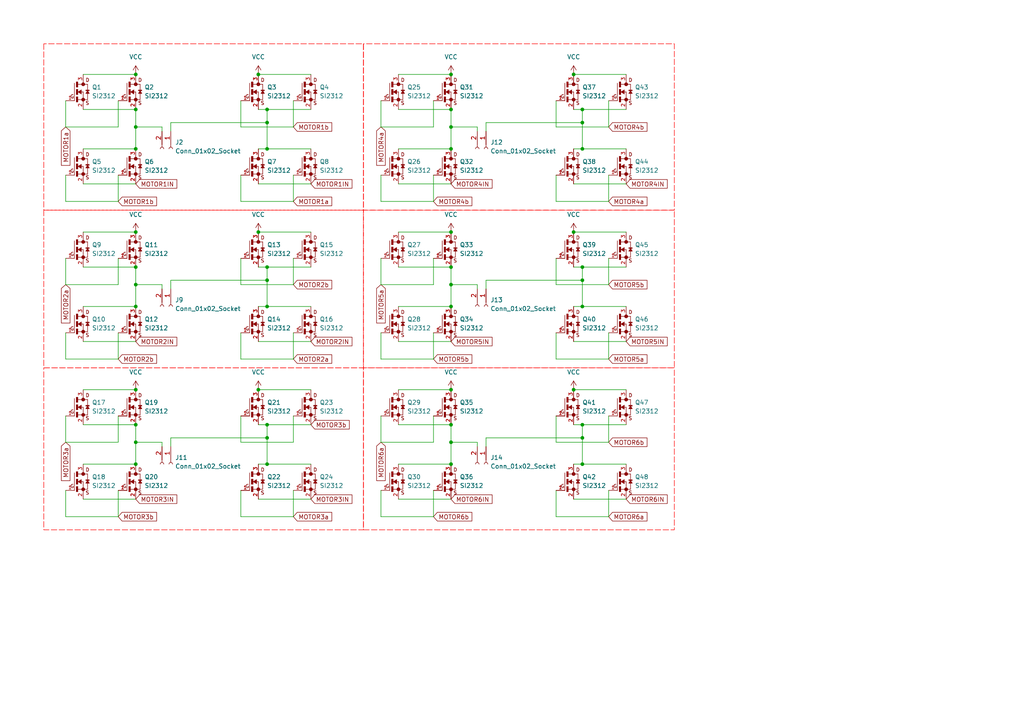
<source format=kicad_sch>
(kicad_sch (version 20250114) (generator "eeschema") (generator_version "9.0")
  (paper "A4")
  (junction (at 77.47 43.18))
  (junction (at 77.47 35.56))
  (junction (at 39.37 113.03))
  (junction (at 168.91 43.18))
  (junction (at 168.91 77.47))
  (junction (at 77.47 123.19))
  (junction (at 130.81 43.18))
  (junction (at 166.37 67.31))
  (junction (at 77.47 31.75))
  (junction (at 77.47 77.47))
  (junction (at 130.81 67.31))
  (junction (at 166.37 113.03))
  (junction (at 168.91 81.28))
  (junction (at 130.81 82.55))
  (junction (at 130.81 36.83))
  (junction (at 130.81 113.03))
  (junction (at 74.93 113.03))
  (junction (at 130.81 77.47))
  (junction (at 39.37 21.59))
  (junction (at 130.81 123.19))
  (junction (at 74.93 67.31))
  (junction (at 130.81 134.62))
  (junction (at 168.91 35.56))
  (junction (at 130.81 21.59))
  (junction (at 39.37 134.62))
  (junction (at 77.47 134.62))
  (junction (at 130.81 31.75))
  (junction (at 130.81 88.9))
  (junction (at 168.91 134.62))
  (junction (at 39.37 123.19))
  (junction (at 39.37 128.27))
  (junction (at 168.91 31.75))
  (junction (at 168.91 127))
  (junction (at 130.81 128.27))
  (junction (at 168.91 123.19))
  (junction (at 39.37 82.55))
  (junction (at 39.37 43.18))
  (junction (at 39.37 77.47))
  (junction (at 74.93 21.59))
  (junction (at 166.37 21.59))
  (junction (at 39.37 31.75))
  (junction (at 39.37 36.83))
  (junction (at 39.37 67.31))
  (junction (at 77.47 127))
  (junction (at 77.47 88.9))
  (junction (at 168.91 88.9))
  (junction (at 77.47 81.28))
  (junction (at 39.37 88.9))
  (wire (pts (xy 115.57 31.75) (xy 130.81 31.75)))
  (wire (pts (xy 74.93 88.9) (xy 77.47 88.9)))
  (wire (pts (xy 166.37 67.31) (xy 181.61 67.31)))
  (wire (pts (xy 130.81 82.55) (xy 138.43 82.55)))
  (wire (pts (xy 74.93 123.19) (xy 77.47 123.19)))
  (wire (pts (xy 125.73 82.55) (xy 125.73 74.93)))
  (wire (pts (xy 74.93 77.47) (xy 77.47 77.47)))
  (wire (pts (xy 74.93 99.06) (xy 90.17 99.06)))
  (wire (pts (xy 115.57 144.78) (xy 130.81 144.78)))
  (wire (pts (xy 39.37 134.62) (xy 39.37 128.27)))
  (wire (pts (xy 140.97 35.56) (xy 168.91 35.56)))
  (wire (pts (xy 39.37 82.55) (xy 46.99 82.55)))
  (wire (pts (xy 77.47 127) (xy 77.47 123.19)))
  (wire (pts (xy 110.49 36.83) (xy 125.73 36.83)))
  (wire (pts (xy 115.57 113.03) (xy 130.81 113.03)))
  (wire (pts (xy 161.29 29.21) (xy 161.29 36.83)))
  (wire (pts (xy 140.97 127) (xy 140.97 129.54)))
  (wire (pts (xy 69.85 128.27) (xy 85.09 128.27)))
  (wire (pts (xy 49.53 81.28) (xy 77.47 81.28)))
  (wire (pts (xy 140.97 81.28) (xy 140.97 83.82)))
  (wire (pts (xy 110.49 128.27) (xy 125.73 128.27)))
  (wire (pts (xy 166.37 21.59) (xy 181.61 21.59)))
  (wire (pts (xy 74.93 31.75) (xy 77.47 31.75)))
  (wire (pts (xy 161.29 36.83) (xy 176.53 36.83)))
  (wire (pts (xy 85.09 104.14) (xy 85.09 96.52)))
  (wire (pts (xy 115.57 123.19) (xy 130.81 123.19)))
  (wire (pts (xy 85.09 36.83) (xy 85.09 29.21)))
  (wire (pts (xy 166.37 43.18) (xy 168.91 43.18)))
  (wire (pts (xy 168.91 77.47) (xy 181.61 77.47)))
  (wire (pts (xy 19.05 104.14) (xy 34.29 104.14)))
  (wire (pts (xy 24.13 67.31) (xy 39.37 67.31)))
  (wire (pts (xy 130.81 134.62) (xy 130.81 128.27)))
  (wire (pts (xy 39.37 123.19) (xy 39.37 128.27)))
  (wire (pts (xy 19.05 50.8) (xy 19.05 58.42)))
  (wire (pts (xy 166.37 53.34) (xy 181.61 53.34)))
  (wire (pts (xy 77.47 127) (xy 77.47 134.62)))
  (wire (pts (xy 168.91 35.56) (xy 168.91 43.18)))
  (wire (pts (xy 39.37 77.47) (xy 39.37 82.55)))
  (wire (pts (xy 77.47 81.28) (xy 77.47 77.47)))
  (wire (pts (xy 69.85 29.21) (xy 69.85 36.83)))
  (wire (pts (xy 39.37 31.75) (xy 39.37 36.83)))
  (wire (pts (xy 74.93 53.34) (xy 90.17 53.34)))
  (wire (pts (xy 125.73 149.86) (xy 125.73 142.24)))
  (wire (pts (xy 110.49 82.55) (xy 125.73 82.55)))
  (wire (pts (xy 166.37 144.78) (xy 181.61 144.78)))
  (wire (pts (xy 19.05 29.21) (xy 19.05 36.83)))
  (wire (pts (xy 166.37 134.62) (xy 168.91 134.62)))
  (wire (pts (xy 138.43 36.83) (xy 138.43 38.1)))
  (wire (pts (xy 168.91 31.75) (xy 181.61 31.75)))
  (wire (pts (xy 140.97 35.56) (xy 140.97 38.1)))
  (wire (pts (xy 24.13 144.78) (xy 39.37 144.78)))
  (wire (pts (xy 168.91 35.56) (xy 168.91 31.75)))
  (wire (pts (xy 130.81 128.27) (xy 138.43 128.27)))
  (wire (pts (xy 24.13 53.34) (xy 39.37 53.34)))
  (wire (pts (xy 24.13 134.62) (xy 39.37 134.62)))
  (wire (pts (xy 19.05 74.93) (xy 19.05 82.55)))
  (wire (pts (xy 74.93 21.59) (xy 90.17 21.59)))
  (wire (pts (xy 166.37 77.47) (xy 168.91 77.47)))
  (wire (pts (xy 69.85 96.52) (xy 69.85 104.14)))
  (wire (pts (xy 19.05 120.65) (xy 19.05 128.27)))
  (wire (pts (xy 69.85 142.24) (xy 69.85 149.86)))
  (wire (pts (xy 69.85 74.93) (xy 69.85 82.55)))
  (wire (pts (xy 24.13 77.47) (xy 39.37 77.47)))
  (wire (pts (xy 110.49 104.14) (xy 125.73 104.14)))
  (wire (pts (xy 161.29 149.86) (xy 176.53 149.86)))
  (wire (pts (xy 39.37 43.18) (xy 39.37 36.83)))
  (wire (pts (xy 115.57 53.34) (xy 130.81 53.34)))
  (wire (pts (xy 110.49 50.8) (xy 110.49 58.42)))
  (wire (pts (xy 161.29 104.14) (xy 176.53 104.14)))
  (wire (pts (xy 130.81 123.19) (xy 130.81 128.27)))
  (wire (pts (xy 115.57 77.47) (xy 130.81 77.47)))
  (wire (pts (xy 49.53 35.56) (xy 77.47 35.56)))
  (wire (pts (xy 110.49 96.52) (xy 110.49 104.14)))
  (wire (pts (xy 176.53 104.14) (xy 176.53 96.52)))
  (wire (pts (xy 125.73 36.83) (xy 125.73 29.21)))
  (wire (pts (xy 46.99 36.83) (xy 46.99 38.1)))
  (wire (pts (xy 176.53 82.55) (xy 176.53 74.93)))
  (wire (pts (xy 77.47 88.9) (xy 90.17 88.9)))
  (wire (pts (xy 140.97 81.28) (xy 168.91 81.28)))
  (wire (pts (xy 19.05 128.27) (xy 34.29 128.27)))
  (wire (pts (xy 46.99 128.27) (xy 46.99 129.54)))
  (wire (pts (xy 115.57 134.62) (xy 130.81 134.62)))
  (wire (pts (xy 168.91 127) (xy 168.91 134.62)))
  (wire (pts (xy 161.29 120.65) (xy 161.29 128.27)))
  (wire (pts (xy 69.85 104.14) (xy 85.09 104.14)))
  (wire (pts (xy 19.05 142.24) (xy 19.05 149.86)))
  (wire (pts (xy 115.57 67.31) (xy 130.81 67.31)))
  (wire (pts (xy 110.49 142.24) (xy 110.49 149.86)))
  (wire (pts (xy 161.29 96.52) (xy 161.29 104.14)))
  (wire (pts (xy 39.37 88.9) (xy 39.37 82.55)))
  (wire (pts (xy 110.49 120.65) (xy 110.49 128.27)))
  (wire (pts (xy 74.93 134.62) (xy 77.47 134.62)))
  (wire (pts (xy 125.73 128.27) (xy 125.73 120.65)))
  (wire (pts (xy 24.13 99.06) (xy 39.37 99.06)))
  (wire (pts (xy 24.13 123.19) (xy 39.37 123.19)))
  (wire (pts (xy 110.49 58.42) (xy 125.73 58.42)))
  (wire (pts (xy 176.53 128.27) (xy 176.53 120.65)))
  (wire (pts (xy 85.09 58.42) (xy 85.09 50.8)))
  (wire (pts (xy 69.85 36.83) (xy 85.09 36.83)))
  (wire (pts (xy 166.37 99.06) (xy 181.61 99.06)))
  (wire (pts (xy 125.73 58.42) (xy 125.73 50.8)))
  (wire (pts (xy 161.29 58.42) (xy 176.53 58.42)))
  (wire (pts (xy 39.37 36.83) (xy 46.99 36.83)))
  (wire (pts (xy 34.29 149.86) (xy 34.29 142.24)))
  (wire (pts (xy 77.47 123.19) (xy 90.17 123.19)))
  (wire (pts (xy 74.93 144.78) (xy 90.17 144.78)))
  (wire (pts (xy 34.29 104.14) (xy 34.29 96.52)))
  (wire (pts (xy 130.81 88.9) (xy 130.81 82.55)))
  (wire (pts (xy 115.57 99.06) (xy 130.81 99.06)))
  (wire (pts (xy 49.53 81.28) (xy 49.53 83.82)))
  (wire (pts (xy 168.91 43.18) (xy 181.61 43.18)))
  (wire (pts (xy 85.09 128.27) (xy 85.09 120.65)))
  (wire (pts (xy 46.99 82.55) (xy 46.99 83.82)))
  (wire (pts (xy 77.47 31.75) (xy 90.17 31.75)))
  (wire (pts (xy 166.37 31.75) (xy 168.91 31.75)))
  (wire (pts (xy 161.29 82.55) (xy 176.53 82.55)))
  (wire (pts (xy 49.53 35.56) (xy 49.53 38.1)))
  (wire (pts (xy 125.73 104.14) (xy 125.73 96.52)))
  (wire (pts (xy 168.91 81.28) (xy 168.91 88.9)))
  (wire (pts (xy 166.37 113.03) (xy 181.61 113.03)))
  (wire (pts (xy 130.81 43.18) (xy 130.81 36.83)))
  (wire (pts (xy 115.57 43.18) (xy 130.81 43.18)))
  (wire (pts (xy 138.43 128.27) (xy 138.43 129.54)))
  (wire (pts (xy 77.47 134.62) (xy 90.17 134.62)))
  (wire (pts (xy 130.81 36.83) (xy 138.43 36.83)))
  (wire (pts (xy 24.13 21.59) (xy 39.37 21.59)))
  (wire (pts (xy 166.37 123.19) (xy 168.91 123.19)))
  (wire (pts (xy 77.47 81.28) (xy 77.47 88.9)))
  (wire (pts (xy 34.29 36.83) (xy 34.29 29.21)))
  (wire (pts (xy 85.09 149.86) (xy 85.09 142.24)))
  (wire (pts (xy 176.53 149.86) (xy 176.53 142.24)))
  (wire (pts (xy 19.05 58.42) (xy 34.29 58.42)))
  (wire (pts (xy 19.05 36.83) (xy 34.29 36.83)))
  (wire (pts (xy 69.85 120.65) (xy 69.85 128.27)))
  (wire (pts (xy 168.91 134.62) (xy 181.61 134.62)))
  (wire (pts (xy 69.85 50.8) (xy 69.85 58.42)))
  (wire (pts (xy 49.53 127) (xy 77.47 127)))
  (wire (pts (xy 110.49 149.86) (xy 125.73 149.86)))
  (wire (pts (xy 168.91 81.28) (xy 168.91 77.47)))
  (wire (pts (xy 85.09 82.55) (xy 85.09 74.93)))
  (wire (pts (xy 19.05 149.86) (xy 34.29 149.86)))
  (wire (pts (xy 168.91 88.9) (xy 181.61 88.9)))
  (wire (pts (xy 110.49 74.93) (xy 110.49 82.55)))
  (wire (pts (xy 161.29 50.8) (xy 161.29 58.42)))
  (wire (pts (xy 49.53 127) (xy 49.53 129.54)))
  (wire (pts (xy 69.85 149.86) (xy 85.09 149.86)))
  (wire (pts (xy 110.49 29.21) (xy 110.49 36.83)))
  (wire (pts (xy 19.05 96.52) (xy 19.05 104.14)))
  (wire (pts (xy 24.13 88.9) (xy 39.37 88.9)))
  (wire (pts (xy 39.37 128.27) (xy 46.99 128.27)))
  (wire (pts (xy 77.47 35.56) (xy 77.47 43.18)))
  (wire (pts (xy 34.29 128.27) (xy 34.29 120.65)))
  (wire (pts (xy 161.29 74.93) (xy 161.29 82.55)))
  (wire (pts (xy 69.85 58.42) (xy 85.09 58.42)))
  (wire (pts (xy 168.91 123.19) (xy 181.61 123.19)))
  (wire (pts (xy 34.29 82.55) (xy 34.29 74.93)))
  (wire (pts (xy 24.13 31.75) (xy 39.37 31.75)))
  (wire (pts (xy 74.93 43.18) (xy 77.47 43.18)))
  (wire (pts (xy 138.43 82.55) (xy 138.43 83.82)))
  (wire (pts (xy 161.29 142.24) (xy 161.29 149.86)))
  (wire (pts (xy 140.97 127) (xy 168.91 127)))
  (wire (pts (xy 176.53 58.42) (xy 176.53 50.8)))
  (wire (pts (xy 130.81 31.75) (xy 130.81 36.83)))
  (wire (pts (xy 34.29 58.42) (xy 34.29 50.8)))
  (wire (pts (xy 130.81 77.47) (xy 130.81 82.55)))
  (wire (pts (xy 115.57 21.59) (xy 130.81 21.59)))
  (wire (pts (xy 161.29 128.27) (xy 176.53 128.27)))
  (wire (pts (xy 77.47 77.47) (xy 90.17 77.47)))
  (wire (pts (xy 74.93 113.03) (xy 90.17 113.03)))
  (wire (pts (xy 168.91 127) (xy 168.91 123.19)))
  (wire (pts (xy 77.47 35.56) (xy 77.47 31.75)))
  (wire (pts (xy 166.37 88.9) (xy 168.91 88.9)))
  (wire (pts (xy 24.13 43.18) (xy 39.37 43.18)))
  (wire (pts (xy 69.85 82.55) (xy 85.09 82.55)))
  (wire (pts (xy 19.05 82.55) (xy 34.29 82.55)))
  (wire (pts (xy 176.53 36.83) (xy 176.53 29.21)))
  (wire (pts (xy 115.57 88.9) (xy 130.81 88.9)))
  (wire (pts (xy 24.13 113.03) (xy 39.37 113.03)))
  (wire (pts (xy 74.93 67.31) (xy 90.17 67.31)))
  (wire (pts (xy 77.47 43.18) (xy 90.17 43.18)))
  (global_label "MOTOR5IN" (shape input) (at 130.81 99.06 0) (property "Intersheetrefs" "${INTERSHEET_REFS}" (effects (hide yes))))
  (global_label "MOTOR5a" (shape input) (at 110.49 82.55 270) (property "Intersheetrefs" "${INTERSHEET_REFS}" (effects (hide yes))))
  (global_label "MOTOR4a" (shape input) (at 110.49 36.83 270) (property "Intersheetrefs" "${INTERSHEET_REFS}" (effects (hide yes))))
  (global_label "MOTOR3a" (shape input) (at 85.09 149.86 0) (property "Intersheetrefs" "${INTERSHEET_REFS}" (effects (hide yes))))
  (global_label "MOTOR2IN" (shape input) (at 39.37 99.06 0) (property "Intersheetrefs" "${INTERSHEET_REFS}" (effects (hide yes))))
  (global_label "MOTOR3b" (shape input) (at 34.29 149.86 0) (property "Intersheetrefs" "${INTERSHEET_REFS}" (effects (hide yes))))
  (global_label "MOTOR4b" (shape input) (at 176.53 36.83 0) (property "Intersheetrefs" "${INTERSHEET_REFS}" (effects (hide yes))))
  (global_label "MOTOR4b" (shape input) (at 125.73 58.42 0) (property "Intersheetrefs" "${INTERSHEET_REFS}" (effects (hide yes))))
  (global_label "MOTOR6a" (shape input) (at 176.53 149.86 0) (property "Intersheetrefs" "${INTERSHEET_REFS}" (effects (hide yes))))
  (global_label "MOTOR1IN" (shape input) (at 39.37 53.34 0) (property "Intersheetrefs" "${INTERSHEET_REFS}" (effects (hide yes))))
  (global_label "MOTOR4a" (shape input) (at 176.53 58.42 0) (property "Intersheetrefs" "${INTERSHEET_REFS}" (effects (hide yes))))
  (global_label "MOTOR1b" (shape input) (at 34.29 58.42 0) (property "Intersheetrefs" "${INTERSHEET_REFS}" (effects (hide yes))))
  (global_label "MOTOR2IN" (shape input) (at 90.17 99.06 0) (property "Intersheetrefs" "${INTERSHEET_REFS}" (effects (hide yes))))
  (global_label "MOTOR3IN" (shape input) (at 90.17 144.78 0) (property "Intersheetrefs" "${INTERSHEET_REFS}" (effects (hide yes))))
  (global_label "MOTOR1b" (shape input) (at 85.09 36.83 0) (property "Intersheetrefs" "${INTERSHEET_REFS}" (effects (hide yes))))
  (global_label "MOTOR1a" (shape input) (at 85.09 58.42 0) (property "Intersheetrefs" "${INTERSHEET_REFS}" (effects (hide yes))))
  (global_label "MOTOR4IN" (shape input) (at 130.81 53.34 0) (property "Intersheetrefs" "${INTERSHEET_REFS}" (effects (hide yes))))
  (global_label "MOTOR2a" (shape input) (at 85.09 104.14 0) (property "Intersheetrefs" "${INTERSHEET_REFS}" (effects (hide yes))))
  (global_label "MOTOR1IN" (shape input) (at 90.17 53.34 0) (property "Intersheetrefs" "${INTERSHEET_REFS}" (effects (hide yes))))
  (global_label "MOTOR2b" (shape input) (at 34.29 104.14 0) (property "Intersheetrefs" "${INTERSHEET_REFS}" (effects (hide yes))))
  (global_label "MOTOR4IN" (shape input) (at 181.61 53.34 0) (property "Intersheetrefs" "${INTERSHEET_REFS}" (effects (hide yes))))
  (global_label "MOTOR6a" (shape input) (at 110.49 128.27 270) (property "Intersheetrefs" "${INTERSHEET_REFS}" (effects (hide yes))))
  (global_label "MOTOR1a" (shape input) (at 19.05 36.83 270) (property "Intersheetrefs" "${INTERSHEET_REFS}" (effects (hide yes))))
  (global_label "MOTOR3a" (shape input) (at 19.05 128.27 270) (property "Intersheetrefs" "${INTERSHEET_REFS}" (effects (hide yes))))
  (global_label "MOTOR6IN" (shape input) (at 130.81 144.78 0) (property "Intersheetrefs" "${INTERSHEET_REFS}" (effects (hide yes))))
  (global_label "MOTOR5b" (shape input) (at 176.53 82.55 0) (property "Intersheetrefs" "${INTERSHEET_REFS}" (effects (hide yes))))
  (global_label "MOTOR6IN" (shape input) (at 181.61 144.78 0) (property "Intersheetrefs" "${INTERSHEET_REFS}" (effects (hide yes))))
  (global_label "MOTOR2b" (shape input) (at 85.09 82.55 0) (property "Intersheetrefs" "${INTERSHEET_REFS}" (effects (hide yes))))
  (global_label "MOTOR5IN" (shape input) (at 181.61 99.06 0) (property "Intersheetrefs" "${INTERSHEET_REFS}" (effects (hide yes))))
  (global_label "MOTOR3b" (shape input) (at 90.17 123.19 0) (property "Intersheetrefs" "${INTERSHEET_REFS}" (effects (hide yes))))
  (global_label "MOTOR5a" (shape input) (at 176.53 104.14 0) (property "Intersheetrefs" "${INTERSHEET_REFS}" (effects (hide yes))))
  (global_label "MOTOR6b" (shape input) (at 176.53 128.27 0) (property "Intersheetrefs" "${INTERSHEET_REFS}" (effects (hide yes))))
  (global_label "MOTOR5b" (shape input) (at 125.73 104.14 0) (property "Intersheetrefs" "${INTERSHEET_REFS}" (effects (hide yes))))
  (global_label "MOTOR6b" (shape input) (at 125.73 149.86 0) (property "Intersheetrefs" "${INTERSHEET_REFS}" (effects (hide yes))))
  (global_label "MOTOR2a" (shape input) (at 19.05 82.55 270) (property "Intersheetrefs" "${INTERSHEET_REFS}" (effects (hide yes))))
  (global_label "MOTOR3IN" (shape input) (at 39.37 144.78 0) (property "Intersheetrefs" "${INTERSHEET_REFS}" (effects (hide yes))))
  (rule_area (polyline (pts (xy 195.58 106.68) (xy 105.41 106.68) (xy 105.41 153.67) (xy 195.58 153.67)) (stroke (width 0) (type dash))))
  (rule_area (polyline (pts (xy 195.58 60.96) (xy 105.41 60.96) (xy 105.41 106.68) (xy 195.58 106.68)) (stroke (width 0) (type dash))))
  (rule_area (polyline (pts (xy 12.7 60.96) (xy 12.7 106.68) (xy 105.41 106.68) (xy 105.41 60.96)) (stroke (width 0) (type dash))))
  (rule_area (polyline (pts (xy 12.7 106.68) (xy 105.41 106.68) (xy 105.41 153.67) (xy 12.7 153.67)) (stroke (width 0) (type dash))))
  (rule_area (polyline (pts (xy 105.41 12.7) (xy 105.41 60.96) (xy 195.58 60.96) (xy 195.58 12.7)) (stroke (width 0) (type dash))))
  (rule_area (polyline (pts (xy 12.7 12.7) (xy 12.7 60.96) (xy 105.41 60.96) (xy 105.41 15.24) (xy 105.41 12.7)) (stroke (width 0) (type dash))))
  (symbol (lib_id "SI2312:SI2312") (at 39.37 93.98 0) (unit 1)
    (property "Reference" "Q12" (at 41.91 92.6064 0) (effects (justify left)))
    (property "Value" "SI2312" (at 41.91 95.1464 0) (effects (justify left)))
    (property "Footprint" "SI2312:SOT23" (effects (hide yes)))
    (property "MF" "Micro Commercial Components" (effects (hide yes)))
    (property "Purchase-URL" "https://pricing.snapeda.com/search/part/SI2312/?ref=eda" (effects (hide yes)))
    (property "Package" "SOT-23 MCC" (effects (hide yes)))
    (property "Price" "None" (effects (hide yes)))
    (property "Check_prices" "https://www.snapeda.com/parts/SI2312-TP/Micro+Commercial/view-part/?ref=eda" (effects (hide yes)))
    (property "SnapEDA_Link" "https://www.snapeda.com/parts/SI2312-TP/Micro+Commercial/view-part/?ref=snap" (effects (hide yes)))
    (property "MP" "SI2312-TP" (effects (hide yes)))
    (property "Availability" "In Stock" (effects (hide yes)))
    (property "Description_1" "N-Channel 20V 5A (Ta) 350mW (Ta) Surface Mount SOT-23-3" (effects (hide yes)))
  )
  (symbol (lib_id "power:VCC") (at 39.37 113.03 0) (unit 1)
    (property "Reference" "#PWR052" (effects (hide yes)))
    (property "Value" "VCC" (at 39.37 107.95 0))
    (property "Description" "Power symbol creates a global label with name \"VCC\"" (effects (hide yes)))
  )
  (symbol (lib_id "power:VCC") (at 166.37 67.31 0) (unit 1)
    (property "Reference" "#PWR061" (effects (hide yes)))
    (property "Value" "VCC" (at 166.37 62.23 0))
    (property "Description" "Power symbol creates a global label with name \"VCC\"" (effects (hide yes)))
  )
  (symbol (lib_id "SI2312:SI2312") (at 74.93 118.11 0) (unit 1)
    (property "Reference" "Q21" (at 77.47 116.7364 0) (effects (justify left)))
    (property "Value" "SI2312" (at 77.47 119.2764 0) (effects (justify left)))
    (property "Footprint" "SI2312:SOT23" (effects (hide yes)))
    (property "MF" "Micro Commercial Components" (effects (hide yes)))
    (property "Purchase-URL" "https://pricing.snapeda.com/search/part/SI2312/?ref=eda" (effects (hide yes)))
    (property "Package" "SOT-23 MCC" (effects (hide yes)))
    (property "Price" "None" (effects (hide yes)))
    (property "Check_prices" "https://www.snapeda.com/parts/SI2312-TP/Micro+Commercial/view-part/?ref=eda" (effects (hide yes)))
    (property "SnapEDA_Link" "https://www.snapeda.com/parts/SI2312-TP/Micro+Commercial/view-part/?ref=snap" (effects (hide yes)))
    (property "MP" "SI2312-TP" (effects (hide yes)))
    (property "Availability" "In Stock" (effects (hide yes)))
    (property "Description_1" "N-Channel 20V 5A (Ta) 350mW (Ta) Surface Mount SOT-23-3" (effects (hide yes)))
  )
  (symbol (lib_id "SI2312:SI2312") (at 39.37 72.39 0) (unit 1)
    (property "Reference" "Q11" (at 41.91 71.0164 0) (effects (justify left)))
    (property "Value" "SI2312" (at 41.91 73.5564 0) (effects (justify left)))
    (property "Footprint" "SI2312:SOT23" (effects (hide yes)))
    (property "MF" "Micro Commercial Components" (effects (hide yes)))
    (property "Purchase-URL" "https://pricing.snapeda.com/search/part/SI2312/?ref=eda" (effects (hide yes)))
    (property "Package" "SOT-23 MCC" (effects (hide yes)))
    (property "Price" "None" (effects (hide yes)))
    (property "Check_prices" "https://www.snapeda.com/parts/SI2312-TP/Micro+Commercial/view-part/?ref=eda" (effects (hide yes)))
    (property "SnapEDA_Link" "https://www.snapeda.com/parts/SI2312-TP/Micro+Commercial/view-part/?ref=snap" (effects (hide yes)))
    (property "MP" "SI2312-TP" (effects (hide yes)))
    (property "Availability" "In Stock" (effects (hide yes)))
    (property "Description_1" "N-Channel 20V 5A (Ta) 350mW (Ta) Surface Mount SOT-23-3" (effects (hide yes)))
  )
  (symbol (lib_id "SI2312:SI2312") (at 74.93 139.7 0) (unit 1)
    (property "Reference" "Q22" (at 77.47 138.3264 0) (effects (justify left)))
    (property "Value" "SI2312" (at 77.47 140.8664 0) (effects (justify left)))
    (property "Footprint" "SI2312:SOT23" (effects (hide yes)))
    (property "MF" "Micro Commercial Components" (effects (hide yes)))
    (property "Purchase-URL" "https://pricing.snapeda.com/search/part/SI2312/?ref=eda" (effects (hide yes)))
    (property "Package" "SOT-23 MCC" (effects (hide yes)))
    (property "Price" "None" (effects (hide yes)))
    (property "Check_prices" "https://www.snapeda.com/parts/SI2312-TP/Micro+Commercial/view-part/?ref=eda" (effects (hide yes)))
    (property "SnapEDA_Link" "https://www.snapeda.com/parts/SI2312-TP/Micro+Commercial/view-part/?ref=snap" (effects (hide yes)))
    (property "MP" "SI2312-TP" (effects (hide yes)))
    (property "Availability" "In Stock" (effects (hide yes)))
    (property "Description_1" "N-Channel 20V 5A (Ta) 350mW (Ta) Surface Mount SOT-23-3" (effects (hide yes)))
  )
  (symbol (lib_id "SI2312:SI2312") (at 39.37 48.26 0) (unit 1)
    (property "Reference" "Q6" (at 41.91 46.8864 0) (effects (justify left)))
    (property "Value" "SI2312" (at 41.91 49.4264 0) (effects (justify left)))
    (property "Footprint" "SI2312:SOT23" (effects (hide yes)))
    (property "MF" "Micro Commercial Components" (effects (hide yes)))
    (property "Purchase-URL" "https://pricing.snapeda.com/search/part/SI2312/?ref=eda" (effects (hide yes)))
    (property "Package" "SOT-23 MCC" (effects (hide yes)))
    (property "Price" "None" (effects (hide yes)))
    (property "Check_prices" "https://www.snapeda.com/parts/SI2312-TP/Micro+Commercial/view-part/?ref=eda" (effects (hide yes)))
    (property "SnapEDA_Link" "https://www.snapeda.com/parts/SI2312-TP/Micro+Commercial/view-part/?ref=snap" (effects (hide yes)))
    (property "MP" "SI2312-TP" (effects (hide yes)))
    (property "Availability" "In Stock" (effects (hide yes)))
    (property "Description_1" "N-Channel 20V 5A (Ta) 350mW (Ta) Surface Mount SOT-23-3" (effects (hide yes)))
  )
  (symbol (lib_id "SI2312:SI2312") (at 90.17 26.67 0) (unit 1)
    (property "Reference" "Q4" (at 92.71 25.2964 0) (effects (justify left)))
    (property "Value" "SI2312" (at 92.71 27.8364 0) (effects (justify left)))
    (property "Footprint" "SI2312:SOT23" (effects (hide yes)))
    (property "MF" "Micro Commercial Components" (effects (hide yes)))
    (property "Purchase-URL" "https://pricing.snapeda.com/search/part/SI2312/?ref=eda" (effects (hide yes)))
    (property "Package" "SOT-23 MCC" (effects (hide yes)))
    (property "Price" "None" (effects (hide yes)))
    (property "Check_prices" "https://www.snapeda.com/parts/SI2312-TP/Micro+Commercial/view-part/?ref=eda" (effects (hide yes)))
    (property "SnapEDA_Link" "https://www.snapeda.com/parts/SI2312-TP/Micro+Commercial/view-part/?ref=snap" (effects (hide yes)))
    (property "MP" "SI2312-TP" (effects (hide yes)))
    (property "Availability" "In Stock" (effects (hide yes)))
    (property "Description_1" "N-Channel 20V 5A (Ta) 350mW (Ta) Surface Mount SOT-23-3" (effects (hide yes)))
  )
  (symbol (lib_id "SI2312:SI2312") (at 74.93 93.98 0) (unit 1)
    (property "Reference" "Q14" (at 77.47 92.6064 0) (effects (justify left)))
    (property "Value" "SI2312" (at 77.47 95.1464 0) (effects (justify left)))
    (property "Footprint" "SI2312:SOT23" (effects (hide yes)))
    (property "MF" "Micro Commercial Components" (effects (hide yes)))
    (property "Purchase-URL" "https://pricing.snapeda.com/search/part/SI2312/?ref=eda" (effects (hide yes)))
    (property "Package" "SOT-23 MCC" (effects (hide yes)))
    (property "Price" "None" (effects (hide yes)))
    (property "Check_prices" "https://www.snapeda.com/parts/SI2312-TP/Micro+Commercial/view-part/?ref=eda" (effects (hide yes)))
    (property "SnapEDA_Link" "https://www.snapeda.com/parts/SI2312-TP/Micro+Commercial/view-part/?ref=snap" (effects (hide yes)))
    (property "MP" "SI2312-TP" (effects (hide yes)))
    (property "Availability" "In Stock" (effects (hide yes)))
    (property "Description_1" "N-Channel 20V 5A (Ta) 350mW (Ta) Surface Mount SOT-23-3" (effects (hide yes)))
  )
  (symbol (lib_id "SI2312:SI2312") (at 181.61 93.98 0) (unit 1)
    (property "Reference" "Q46" (at 184.15 92.6064 0) (effects (justify left)))
    (property "Value" "SI2312" (at 184.15 95.1464 0) (effects (justify left)))
    (property "Footprint" "SI2312:SOT23" (effects (hide yes)))
    (property "MF" "Micro Commercial Components" (effects (hide yes)))
    (property "Purchase-URL" "https://pricing.snapeda.com/search/part/SI2312/?ref=eda" (effects (hide yes)))
    (property "Package" "SOT-23 MCC" (effects (hide yes)))
    (property "Price" "None" (effects (hide yes)))
    (property "Check_prices" "https://www.snapeda.com/parts/SI2312-TP/Micro+Commercial/view-part/?ref=eda" (effects (hide yes)))
    (property "SnapEDA_Link" "https://www.snapeda.com/parts/SI2312-TP/Micro+Commercial/view-part/?ref=snap" (effects (hide yes)))
    (property "MP" "SI2312-TP" (effects (hide yes)))
    (property "Availability" "In Stock" (effects (hide yes)))
    (property "Description_1" "N-Channel 20V 5A (Ta) 350mW (Ta) Surface Mount SOT-23-3" (effects (hide yes)))
  )
  (symbol (lib_id "SI2312:SI2312") (at 74.93 26.67 0) (unit 1)
    (property "Reference" "Q3" (at 77.47 25.2964 0) (effects (justify left)))
    (property "Value" "SI2312" (at 77.47 27.8364 0) (effects (justify left)))
    (property "Footprint" "SI2312:SOT23" (effects (hide yes)))
    (property "MF" "Micro Commercial Components" (effects (hide yes)))
    (property "Purchase-URL" "https://pricing.snapeda.com/search/part/SI2312/?ref=eda" (effects (hide yes)))
    (property "Package" "SOT-23 MCC" (effects (hide yes)))
    (property "Price" "None" (effects (hide yes)))
    (property "Check_prices" "https://www.snapeda.com/parts/SI2312-TP/Micro+Commercial/view-part/?ref=eda" (effects (hide yes)))
    (property "SnapEDA_Link" "https://www.snapeda.com/parts/SI2312-TP/Micro+Commercial/view-part/?ref=snap" (effects (hide yes)))
    (property "MP" "SI2312-TP" (effects (hide yes)))
    (property "Availability" "In Stock" (effects (hide yes)))
    (property "Description_1" "N-Channel 20V 5A (Ta) 350mW (Ta) Surface Mount SOT-23-3" (effects (hide yes)))
  )
  (symbol (lib_id "SI2312:SI2312") (at 166.37 139.7 0) (unit 1)
    (property "Reference" "Q42" (at 168.91 138.3264 0) (effects (justify left)))
    (property "Value" "SI2312" (at 168.91 140.8664 0) (effects (justify left)))
    (property "Footprint" "SI2312:SOT23" (effects (hide yes)))
    (property "MF" "Micro Commercial Components" (effects (hide yes)))
    (property "Purchase-URL" "https://pricing.snapeda.com/search/part/SI2312/?ref=eda" (effects (hide yes)))
    (property "Package" "SOT-23 MCC" (effects (hide yes)))
    (property "Price" "None" (effects (hide yes)))
    (property "Check_prices" "https://www.snapeda.com/parts/SI2312-TP/Micro+Commercial/view-part/?ref=eda" (effects (hide yes)))
    (property "SnapEDA_Link" "https://www.snapeda.com/parts/SI2312-TP/Micro+Commercial/view-part/?ref=snap" (effects (hide yes)))
    (property "MP" "SI2312-TP" (effects (hide yes)))
    (property "Availability" "In Stock" (effects (hide yes)))
    (property "Description_1" "N-Channel 20V 5A (Ta) 350mW (Ta) Surface Mount SOT-23-3" (effects (hide yes)))
  )
  (symbol (lib_id "SI2312:SI2312") (at 166.37 93.98 0) (unit 1)
    (property "Reference" "Q40" (at 168.91 92.6064 0) (effects (justify left)))
    (property "Value" "SI2312" (at 168.91 95.1464 0) (effects (justify left)))
    (property "Footprint" "SI2312:SOT23" (effects (hide yes)))
    (property "MF" "Micro Commercial Components" (effects (hide yes)))
    (property "Purchase-URL" "https://pricing.snapeda.com/search/part/SI2312/?ref=eda" (effects (hide yes)))
    (property "Package" "SOT-23 MCC" (effects (hide yes)))
    (property "Price" "None" (effects (hide yes)))
    (property "Check_prices" "https://www.snapeda.com/parts/SI2312-TP/Micro+Commercial/view-part/?ref=eda" (effects (hide yes)))
    (property "SnapEDA_Link" "https://www.snapeda.com/parts/SI2312-TP/Micro+Commercial/view-part/?ref=snap" (effects (hide yes)))
    (property "MP" "SI2312-TP" (effects (hide yes)))
    (property "Availability" "In Stock" (effects (hide yes)))
    (property "Description_1" "N-Channel 20V 5A (Ta) 350mW (Ta) Surface Mount SOT-23-3" (effects (hide yes)))
  )
  (symbol (lib_id "Connector:Conn_01x02_Socket") (at 49.53 43.18 270) (unit 1)
    (property "Reference" "J2" (at 50.8 41.2749 90) (effects (justify left)))
    (property "Value" "Conn_01x02_Socket" (at 50.8 43.8149 90) (effects (justify left)))
    (property "Footprint" "Connector_Wire:SolderWire-2sqmm_1x02_P7.8mm_D2mm_OD3.9mm_Relief" (effects (hide yes)))
    (property "Description" "Generic connector, single row, 01x02, script generated" (effects (hide yes)))
  )
  (symbol (lib_id "power:VCC") (at 130.81 113.03 0) (unit 1)
    (property "Reference" "#PWR059" (effects (hide yes)))
    (property "Value" "VCC" (at 130.81 107.95 0))
    (property "Description" "Power symbol creates a global label with name \"VCC\"" (effects (hide yes)))
  )
  (symbol (lib_id "SI2312:SI2312") (at 24.13 26.67 0) (unit 1)
    (property "Reference" "Q1" (at 26.67 25.2964 0) (effects (justify left)))
    (property "Value" "SI2312" (at 26.67 27.8364 0) (effects (justify left)))
    (property "Footprint" "SI2312:SOT23" (effects (hide yes)))
    (property "MF" "Micro Commercial Components" (effects (hide yes)))
    (property "Purchase-URL" "https://pricing.snapeda.com/search/part/SI2312/?ref=eda" (effects (hide yes)))
    (property "Package" "SOT-23 MCC" (effects (hide yes)))
    (property "Price" "None" (effects (hide yes)))
    (property "Check_prices" "https://www.snapeda.com/parts/SI2312-TP/Micro+Commercial/view-part/?ref=eda" (effects (hide yes)))
    (property "SnapEDA_Link" "https://www.snapeda.com/parts/SI2312-TP/Micro+Commercial/view-part/?ref=snap" (effects (hide yes)))
    (property "MP" "SI2312-TP" (effects (hide yes)))
    (property "Availability" "In Stock" (effects (hide yes)))
    (property "Description_1" "N-Channel 20V 5A (Ta) 350mW (Ta) Surface Mount SOT-23-3" (effects (hide yes)))
  )
  (symbol (lib_id "SI2312:SI2312") (at 24.13 72.39 0) (unit 1)
    (property "Reference" "Q9" (at 26.67 71.0164 0) (effects (justify left)))
    (property "Value" "SI2312" (at 26.67 73.5564 0) (effects (justify left)))
    (property "Footprint" "SI2312:SOT23" (effects (hide yes)))
    (property "MF" "Micro Commercial Components" (effects (hide yes)))
    (property "Purchase-URL" "https://pricing.snapeda.com/search/part/SI2312/?ref=eda" (effects (hide yes)))
    (property "Package" "SOT-23 MCC" (effects (hide yes)))
    (property "Price" "None" (effects (hide yes)))
    (property "Check_prices" "https://www.snapeda.com/parts/SI2312-TP/Micro+Commercial/view-part/?ref=eda" (effects (hide yes)))
    (property "SnapEDA_Link" "https://www.snapeda.com/parts/SI2312-TP/Micro+Commercial/view-part/?ref=snap" (effects (hide yes)))
    (property "MP" "SI2312-TP" (effects (hide yes)))
    (property "Availability" "In Stock" (effects (hide yes)))
    (property "Description_1" "N-Channel 20V 5A (Ta) 350mW (Ta) Surface Mount SOT-23-3" (effects (hide yes)))
  )
  (symbol (lib_id "SI2312:SI2312") (at 39.37 139.7 0) (unit 1)
    (property "Reference" "Q20" (at 41.91 138.3264 0) (effects (justify left)))
    (property "Value" "SI2312" (at 41.91 140.8664 0) (effects (justify left)))
    (property "Footprint" "SI2312:SOT23" (effects (hide yes)))
    (property "MF" "Micro Commercial Components" (effects (hide yes)))
    (property "Purchase-URL" "https://pricing.snapeda.com/search/part/SI2312/?ref=eda" (effects (hide yes)))
    (property "Package" "SOT-23 MCC" (effects (hide yes)))
    (property "Price" "None" (effects (hide yes)))
    (property "Check_prices" "https://www.snapeda.com/parts/SI2312-TP/Micro+Commercial/view-part/?ref=eda" (effects (hide yes)))
    (property "SnapEDA_Link" "https://www.snapeda.com/parts/SI2312-TP/Micro+Commercial/view-part/?ref=snap" (effects (hide yes)))
    (property "MP" "SI2312-TP" (effects (hide yes)))
    (property "Availability" "In Stock" (effects (hide yes)))
    (property "Description_1" "N-Channel 20V 5A (Ta) 350mW (Ta) Surface Mount SOT-23-3" (effects (hide yes)))
  )
  (symbol (lib_id "SI2312:SI2312") (at 166.37 26.67 0) (unit 1)
    (property "Reference" "Q37" (at 168.91 25.2964 0) (effects (justify left)))
    (property "Value" "SI2312" (at 168.91 27.8364 0) (effects (justify left)))
    (property "Footprint" "SI2312:SOT23" (effects (hide yes)))
    (property "MF" "Micro Commercial Components" (effects (hide yes)))
    (property "Purchase-URL" "https://pricing.snapeda.com/search/part/SI2312/?ref=eda" (effects (hide yes)))
    (property "Package" "SOT-23 MCC" (effects (hide yes)))
    (property "Price" "None" (effects (hide yes)))
    (property "Check_prices" "https://www.snapeda.com/parts/SI2312-TP/Micro+Commercial/view-part/?ref=eda" (effects (hide yes)))
    (property "SnapEDA_Link" "https://www.snapeda.com/parts/SI2312-TP/Micro+Commercial/view-part/?ref=snap" (effects (hide yes)))
    (property "MP" "SI2312-TP" (effects (hide yes)))
    (property "Availability" "In Stock" (effects (hide yes)))
    (property "Description_1" "N-Channel 20V 5A (Ta) 350mW (Ta) Surface Mount SOT-23-3" (effects (hide yes)))
  )
  (symbol (lib_id "power:VCC") (at 130.81 67.31 0) (unit 1)
    (property "Reference" "#PWR058" (effects (hide yes)))
    (property "Value" "VCC" (at 130.81 62.23 0))
    (property "Description" "Power symbol creates a global label with name \"VCC\"" (effects (hide yes)))
  )
  (symbol (lib_id "SI2312:SI2312") (at 115.57 139.7 0) (unit 1)
    (property "Reference" "Q30" (at 118.11 138.3264 0) (effects (justify left)))
    (property "Value" "SI2312" (at 118.11 140.8664 0) (effects (justify left)))
    (property "Footprint" "SI2312:SOT23" (effects (hide yes)))
    (property "MF" "Micro Commercial Components" (effects (hide yes)))
    (property "Purchase-URL" "https://pricing.snapeda.com/search/part/SI2312/?ref=eda" (effects (hide yes)))
    (property "Package" "SOT-23 MCC" (effects (hide yes)))
    (property "Price" "None" (effects (hide yes)))
    (property "Check_prices" "https://www.snapeda.com/parts/SI2312-TP/Micro+Commercial/view-part/?ref=eda" (effects (hide yes)))
    (property "SnapEDA_Link" "https://www.snapeda.com/parts/SI2312-TP/Micro+Commercial/view-part/?ref=snap" (effects (hide yes)))
    (property "MP" "SI2312-TP" (effects (hide yes)))
    (property "Availability" "In Stock" (effects (hide yes)))
    (property "Description_1" "N-Channel 20V 5A (Ta) 350mW (Ta) Surface Mount SOT-23-3" (effects (hide yes)))
  )
  (symbol (lib_id "SI2312:SI2312") (at 24.13 48.26 0) (unit 1)
    (property "Reference" "Q5" (at 26.67 46.8864 0) (effects (justify left)))
    (property "Value" "SI2312" (at 26.67 49.4264 0) (effects (justify left)))
    (property "Footprint" "SI2312:SOT23" (effects (hide yes)))
    (property "MF" "Micro Commercial Components" (effects (hide yes)))
    (property "Purchase-URL" "https://pricing.snapeda.com/search/part/SI2312/?ref=eda" (effects (hide yes)))
    (property "Package" "SOT-23 MCC" (effects (hide yes)))
    (property "Price" "None" (effects (hide yes)))
    (property "Check_prices" "https://www.snapeda.com/parts/SI2312-TP/Micro+Commercial/view-part/?ref=eda" (effects (hide yes)))
    (property "SnapEDA_Link" "https://www.snapeda.com/parts/SI2312-TP/Micro+Commercial/view-part/?ref=snap" (effects (hide yes)))
    (property "MP" "SI2312-TP" (effects (hide yes)))
    (property "Availability" "In Stock" (effects (hide yes)))
    (property "Description_1" "N-Channel 20V 5A (Ta) 350mW (Ta) Surface Mount SOT-23-3" (effects (hide yes)))
  )
  (symbol (lib_id "power:VCC") (at 74.93 21.59 0) (unit 1)
    (property "Reference" "#PWR046" (effects (hide yes)))
    (property "Value" "VCC" (at 74.93 16.51 0))
    (property "Description" "Power symbol creates a global label with name \"VCC\"" (effects (hide yes)))
  )
  (symbol (lib_id "SI2312:SI2312") (at 181.61 72.39 0) (unit 1)
    (property "Reference" "Q45" (at 184.15 71.0164 0) (effects (justify left)))
    (property "Value" "SI2312" (at 184.15 73.5564 0) (effects (justify left)))
    (property "Footprint" "SI2312:SOT23" (effects (hide yes)))
    (property "MF" "Micro Commercial Components" (effects (hide yes)))
    (property "Purchase-URL" "https://pricing.snapeda.com/search/part/SI2312/?ref=eda" (effects (hide yes)))
    (property "Package" "SOT-23 MCC" (effects (hide yes)))
    (property "Price" "None" (effects (hide yes)))
    (property "Check_prices" "https://www.snapeda.com/parts/SI2312-TP/Micro+Commercial/view-part/?ref=eda" (effects (hide yes)))
    (property "SnapEDA_Link" "https://www.snapeda.com/parts/SI2312-TP/Micro+Commercial/view-part/?ref=snap" (effects (hide yes)))
    (property "MP" "SI2312-TP" (effects (hide yes)))
    (property "Availability" "In Stock" (effects (hide yes)))
    (property "Description_1" "N-Channel 20V 5A (Ta) 350mW (Ta) Surface Mount SOT-23-3" (effects (hide yes)))
  )
  (symbol (lib_id "power:VCC") (at 74.93 113.03 0) (unit 1)
    (property "Reference" "#PWR054" (effects (hide yes)))
    (property "Value" "VCC" (at 74.93 107.95 0))
    (property "Description" "Power symbol creates a global label with name \"VCC\"" (effects (hide yes)))
  )
  (symbol (lib_id "Connector:Conn_01x02_Socket") (at 49.53 134.62 270) (unit 1)
    (property "Reference" "J11" (at 50.8 132.7149 90) (effects (justify left)))
    (property "Value" "Conn_01x02_Socket" (at 50.8 135.2549 90) (effects (justify left)))
    (property "Footprint" "Connector_Wire:SolderWire-2sqmm_1x02_P7.8mm_D2mm_OD3.9mm_Relief" (effects (hide yes)))
    (property "Description" "Generic connector, single row, 01x02, script generated" (effects (hide yes)))
  )
  (symbol (lib_id "SI2312:SI2312") (at 181.61 48.26 0) (unit 1)
    (property "Reference" "Q44" (at 184.15 46.8864 0) (effects (justify left)))
    (property "Value" "SI2312" (at 184.15 49.4264 0) (effects (justify left)))
    (property "Footprint" "SI2312:SOT23" (effects (hide yes)))
    (property "MF" "Micro Commercial Components" (effects (hide yes)))
    (property "Purchase-URL" "https://pricing.snapeda.com/search/part/SI2312/?ref=eda" (effects (hide yes)))
    (property "Package" "SOT-23 MCC" (effects (hide yes)))
    (property "Price" "None" (effects (hide yes)))
    (property "Check_prices" "https://www.snapeda.com/parts/SI2312-TP/Micro+Commercial/view-part/?ref=eda" (effects (hide yes)))
    (property "SnapEDA_Link" "https://www.snapeda.com/parts/SI2312-TP/Micro+Commercial/view-part/?ref=snap" (effects (hide yes)))
    (property "MP" "SI2312-TP" (effects (hide yes)))
    (property "Availability" "In Stock" (effects (hide yes)))
    (property "Description_1" "N-Channel 20V 5A (Ta) 350mW (Ta) Surface Mount SOT-23-3" (effects (hide yes)))
  )
  (symbol (lib_id "SI2312:SI2312") (at 24.13 118.11 0) (unit 1)
    (property "Reference" "Q17" (at 26.67 116.7364 0) (effects (justify left)))
    (property "Value" "SI2312" (at 26.67 119.2764 0) (effects (justify left)))
    (property "Footprint" "SI2312:SOT23" (effects (hide yes)))
    (property "MF" "Micro Commercial Components" (effects (hide yes)))
    (property "Purchase-URL" "https://pricing.snapeda.com/search/part/SI2312/?ref=eda" (effects (hide yes)))
    (property "Package" "SOT-23 MCC" (effects (hide yes)))
    (property "Price" "None" (effects (hide yes)))
    (property "Check_prices" "https://www.snapeda.com/parts/SI2312-TP/Micro+Commercial/view-part/?ref=eda" (effects (hide yes)))
    (property "SnapEDA_Link" "https://www.snapeda.com/parts/SI2312-TP/Micro+Commercial/view-part/?ref=snap" (effects (hide yes)))
    (property "MP" "SI2312-TP" (effects (hide yes)))
    (property "Availability" "In Stock" (effects (hide yes)))
    (property "Description_1" "N-Channel 20V 5A (Ta) 350mW (Ta) Surface Mount SOT-23-3" (effects (hide yes)))
  )
  (symbol (lib_id "power:VCC") (at 39.37 21.59 0) (unit 1)
    (property "Reference" "#PWR044" (effects (hide yes)))
    (property "Value" "VCC" (at 39.37 16.51 0))
    (property "Description" "Power symbol creates a global label with name \"VCC\"" (effects (hide yes)))
  )
  (symbol (lib_id "SI2312:SI2312") (at 115.57 72.39 0) (unit 1)
    (property "Reference" "Q27" (at 118.11 71.0164 0) (effects (justify left)))
    (property "Value" "SI2312" (at 118.11 73.5564 0) (effects (justify left)))
    (property "Footprint" "SI2312:SOT23" (effects (hide yes)))
    (property "MF" "Micro Commercial Components" (effects (hide yes)))
    (property "Purchase-URL" "https://pricing.snapeda.com/search/part/SI2312/?ref=eda" (effects (hide yes)))
    (property "Package" "SOT-23 MCC" (effects (hide yes)))
    (property "Price" "None" (effects (hide yes)))
    (property "Check_prices" "https://www.snapeda.com/parts/SI2312-TP/Micro+Commercial/view-part/?ref=eda" (effects (hide yes)))
    (property "SnapEDA_Link" "https://www.snapeda.com/parts/SI2312-TP/Micro+Commercial/view-part/?ref=snap" (effects (hide yes)))
    (property "MP" "SI2312-TP" (effects (hide yes)))
    (property "Availability" "In Stock" (effects (hide yes)))
    (property "Description_1" "N-Channel 20V 5A (Ta) 350mW (Ta) Surface Mount SOT-23-3" (effects (hide yes)))
  )
  (symbol (lib_id "SI2312:SI2312") (at 24.13 139.7 0) (unit 1)
    (property "Reference" "Q18" (at 26.67 138.3264 0) (effects (justify left)))
    (property "Value" "SI2312" (at 26.67 140.8664 0) (effects (justify left)))
    (property "Footprint" "SI2312:SOT23" (effects (hide yes)))
    (property "MF" "Micro Commercial Components" (effects (hide yes)))
    (property "Purchase-URL" "https://pricing.snapeda.com/search/part/SI2312/?ref=eda" (effects (hide yes)))
    (property "Package" "SOT-23 MCC" (effects (hide yes)))
    (property "Price" "None" (effects (hide yes)))
    (property "Check_prices" "https://www.snapeda.com/parts/SI2312-TP/Micro+Commercial/view-part/?ref=eda" (effects (hide yes)))
    (property "SnapEDA_Link" "https://www.snapeda.com/parts/SI2312-TP/Micro+Commercial/view-part/?ref=snap" (effects (hide yes)))
    (property "MP" "SI2312-TP" (effects (hide yes)))
    (property "Availability" "In Stock" (effects (hide yes)))
    (property "Description_1" "N-Channel 20V 5A (Ta) 350mW (Ta) Surface Mount SOT-23-3" (effects (hide yes)))
  )
  (symbol (lib_id "SI2312:SI2312") (at 115.57 118.11 0) (unit 1)
    (property "Reference" "Q29" (at 118.11 116.7364 0) (effects (justify left)))
    (property "Value" "SI2312" (at 118.11 119.2764 0) (effects (justify left)))
    (property "Footprint" "SI2312:SOT23" (effects (hide yes)))
    (property "MF" "Micro Commercial Components" (effects (hide yes)))
    (property "Purchase-URL" "https://pricing.snapeda.com/search/part/SI2312/?ref=eda" (effects (hide yes)))
    (property "Package" "SOT-23 MCC" (effects (hide yes)))
    (property "Price" "None" (effects (hide yes)))
    (property "Check_prices" "https://www.snapeda.com/parts/SI2312-TP/Micro+Commercial/view-part/?ref=eda" (effects (hide yes)))
    (property "SnapEDA_Link" "https://www.snapeda.com/parts/SI2312-TP/Micro+Commercial/view-part/?ref=snap" (effects (hide yes)))
    (property "MP" "SI2312-TP" (effects (hide yes)))
    (property "Availability" "In Stock" (effects (hide yes)))
    (property "Description_1" "N-Channel 20V 5A (Ta) 350mW (Ta) Surface Mount SOT-23-3" (effects (hide yes)))
  )
  (symbol (lib_id "SI2312:SI2312") (at 130.81 93.98 0) (unit 1)
    (property "Reference" "Q34" (at 133.35 92.6064 0) (effects (justify left)))
    (property "Value" "SI2312" (at 133.35 95.1464 0) (effects (justify left)))
    (property "Footprint" "SI2312:SOT23" (effects (hide yes)))
    (property "MF" "Micro Commercial Components" (effects (hide yes)))
    (property "Purchase-URL" "https://pricing.snapeda.com/search/part/SI2312/?ref=eda" (effects (hide yes)))
    (property "Package" "SOT-23 MCC" (effects (hide yes)))
    (property "Price" "None" (effects (hide yes)))
    (property "Check_prices" "https://www.snapeda.com/parts/SI2312-TP/Micro+Commercial/view-part/?ref=eda" (effects (hide yes)))
    (property "SnapEDA_Link" "https://www.snapeda.com/parts/SI2312-TP/Micro+Commercial/view-part/?ref=snap" (effects (hide yes)))
    (property "MP" "SI2312-TP" (effects (hide yes)))
    (property "Availability" "In Stock" (effects (hide yes)))
    (property "Description_1" "N-Channel 20V 5A (Ta) 350mW (Ta) Surface Mount SOT-23-3" (effects (hide yes)))
  )
  (symbol (lib_id "SI2312:SI2312") (at 130.81 72.39 0) (unit 1)
    (property "Reference" "Q33" (at 133.35 71.0164 0) (effects (justify left)))
    (property "Value" "SI2312" (at 133.35 73.5564 0) (effects (justify left)))
    (property "Footprint" "SI2312:SOT23" (effects (hide yes)))
    (property "MF" "Micro Commercial Components" (effects (hide yes)))
    (property "Purchase-URL" "https://pricing.snapeda.com/search/part/SI2312/?ref=eda" (effects (hide yes)))
    (property "Package" "SOT-23 MCC" (effects (hide yes)))
    (property "Price" "None" (effects (hide yes)))
    (property "Check_prices" "https://www.snapeda.com/parts/SI2312-TP/Micro+Commercial/view-part/?ref=eda" (effects (hide yes)))
    (property "SnapEDA_Link" "https://www.snapeda.com/parts/SI2312-TP/Micro+Commercial/view-part/?ref=snap" (effects (hide yes)))
    (property "MP" "SI2312-TP" (effects (hide yes)))
    (property "Availability" "In Stock" (effects (hide yes)))
    (property "Description_1" "N-Channel 20V 5A (Ta) 350mW (Ta) Surface Mount SOT-23-3" (effects (hide yes)))
  )
  (symbol (lib_id "power:VCC") (at 166.37 113.03 0) (unit 1)
    (property "Reference" "#PWR062" (effects (hide yes)))
    (property "Value" "VCC" (at 166.37 107.95 0))
    (property "Description" "Power symbol creates a global label with name \"VCC\"" (effects (hide yes)))
  )
  (symbol (lib_id "power:VCC") (at 74.93 67.31 0) (unit 1)
    (property "Reference" "#PWR050" (effects (hide yes)))
    (property "Value" "VCC" (at 74.93 62.23 0))
    (property "Description" "Power symbol creates a global label with name \"VCC\"" (effects (hide yes)))
  )
  (symbol (lib_id "SI2312:SI2312") (at 181.61 26.67 0) (unit 1)
    (property "Reference" "Q43" (at 184.15 25.2964 0) (effects (justify left)))
    (property "Value" "SI2312" (at 184.15 27.8364 0) (effects (justify left)))
    (property "Footprint" "SI2312:SOT23" (effects (hide yes)))
    (property "MF" "Micro Commercial Components" (effects (hide yes)))
    (property "Purchase-URL" "https://pricing.snapeda.com/search/part/SI2312/?ref=eda" (effects (hide yes)))
    (property "Package" "SOT-23 MCC" (effects (hide yes)))
    (property "Price" "None" (effects (hide yes)))
    (property "Check_prices" "https://www.snapeda.com/parts/SI2312-TP/Micro+Commercial/view-part/?ref=eda" (effects (hide yes)))
    (property "SnapEDA_Link" "https://www.snapeda.com/parts/SI2312-TP/Micro+Commercial/view-part/?ref=snap" (effects (hide yes)))
    (property "MP" "SI2312-TP" (effects (hide yes)))
    (property "Availability" "In Stock" (effects (hide yes)))
    (property "Description_1" "N-Channel 20V 5A (Ta) 350mW (Ta) Surface Mount SOT-23-3" (effects (hide yes)))
  )
  (symbol (lib_id "power:VCC") (at 166.37 21.59 0) (unit 1)
    (property "Reference" "#PWR060" (effects (hide yes)))
    (property "Value" "VCC" (at 166.37 16.51 0))
    (property "Description" "Power symbol creates a global label with name \"VCC\"" (effects (hide yes)))
  )
  (symbol (lib_id "SI2312:SI2312") (at 74.93 72.39 0) (unit 1)
    (property "Reference" "Q13" (at 77.47 71.0164 0) (effects (justify left)))
    (property "Value" "SI2312" (at 77.47 73.5564 0) (effects (justify left)))
    (property "Footprint" "SI2312:SOT23" (effects (hide yes)))
    (property "MF" "Micro Commercial Components" (effects (hide yes)))
    (property "Purchase-URL" "https://pricing.snapeda.com/search/part/SI2312/?ref=eda" (effects (hide yes)))
    (property "Package" "SOT-23 MCC" (effects (hide yes)))
    (property "Price" "None" (effects (hide yes)))
    (property "Check_prices" "https://www.snapeda.com/parts/SI2312-TP/Micro+Commercial/view-part/?ref=eda" (effects (hide yes)))
    (property "SnapEDA_Link" "https://www.snapeda.com/parts/SI2312-TP/Micro+Commercial/view-part/?ref=snap" (effects (hide yes)))
    (property "MP" "SI2312-TP" (effects (hide yes)))
    (property "Availability" "In Stock" (effects (hide yes)))
    (property "Description_1" "N-Channel 20V 5A (Ta) 350mW (Ta) Surface Mount SOT-23-3" (effects (hide yes)))
  )
  (symbol (lib_id "power:VCC") (at 39.37 67.31 0) (unit 1)
    (property "Reference" "#PWR048" (effects (hide yes)))
    (property "Value" "VCC" (at 39.37 62.23 0))
    (property "Description" "Power symbol creates a global label with name \"VCC\"" (effects (hide yes)))
  )
  (symbol (lib_id "SI2312:SI2312") (at 181.61 118.11 0) (unit 1)
    (property "Reference" "Q47" (at 184.15 116.7364 0) (effects (justify left)))
    (property "Value" "SI2312" (at 184.15 119.2764 0) (effects (justify left)))
    (property "Footprint" "SI2312:SOT23" (effects (hide yes)))
    (property "MF" "Micro Commercial Components" (effects (hide yes)))
    (property "Purchase-URL" "https://pricing.snapeda.com/search/part/SI2312/?ref=eda" (effects (hide yes)))
    (property "Package" "SOT-23 MCC" (effects (hide yes)))
    (property "Price" "None" (effects (hide yes)))
    (property "Check_prices" "https://www.snapeda.com/parts/SI2312-TP/Micro+Commercial/view-part/?ref=eda" (effects (hide yes)))
    (property "SnapEDA_Link" "https://www.snapeda.com/parts/SI2312-TP/Micro+Commercial/view-part/?ref=snap" (effects (hide yes)))
    (property "MP" "SI2312-TP" (effects (hide yes)))
    (property "Availability" "In Stock" (effects (hide yes)))
    (property "Description_1" "N-Channel 20V 5A (Ta) 350mW (Ta) Surface Mount SOT-23-3" (effects (hide yes)))
  )
  (symbol (lib_id "Connector:Conn_01x02_Socket") (at 140.97 134.62 270) (unit 1)
    (property "Reference" "J14" (at 142.24 132.7149 90) (effects (justify left)))
    (property "Value" "Conn_01x02_Socket" (at 142.24 135.2549 90) (effects (justify left)))
    (property "Footprint" "Connector_Wire:SolderWire-2sqmm_1x02_P7.8mm_D2mm_OD3.9mm_Relief" (effects (hide yes)))
    (property "Description" "Generic connector, single row, 01x02, script generated" (effects (hide yes)))
  )
  (symbol (lib_id "SI2312:SI2312") (at 166.37 72.39 0) (unit 1)
    (property "Reference" "Q39" (at 168.91 71.0164 0) (effects (justify left)))
    (property "Value" "SI2312" (at 168.91 73.5564 0) (effects (justify left)))
    (property "Footprint" "SI2312:SOT23" (effects (hide yes)))
    (property "MF" "Micro Commercial Components" (effects (hide yes)))
    (property "Purchase-URL" "https://pricing.snapeda.com/search/part/SI2312/?ref=eda" (effects (hide yes)))
    (property "Package" "SOT-23 MCC" (effects (hide yes)))
    (property "Price" "None" (effects (hide yes)))
    (property "Check_prices" "https://www.snapeda.com/parts/SI2312-TP/Micro+Commercial/view-part/?ref=eda" (effects (hide yes)))
    (property "SnapEDA_Link" "https://www.snapeda.com/parts/SI2312-TP/Micro+Commercial/view-part/?ref=snap" (effects (hide yes)))
    (property "MP" "SI2312-TP" (effects (hide yes)))
    (property "Availability" "In Stock" (effects (hide yes)))
    (property "Description_1" "N-Channel 20V 5A (Ta) 350mW (Ta) Surface Mount SOT-23-3" (effects (hide yes)))
  )
  (symbol (lib_id "SI2312:SI2312") (at 115.57 26.67 0) (unit 1)
    (property "Reference" "Q25" (at 118.11 25.2964 0) (effects (justify left)))
    (property "Value" "SI2312" (at 118.11 27.8364 0) (effects (justify left)))
    (property "Footprint" "SI2312:SOT23" (effects (hide yes)))
    (property "MF" "Micro Commercial Components" (effects (hide yes)))
    (property "Purchase-URL" "https://pricing.snapeda.com/search/part/SI2312/?ref=eda" (effects (hide yes)))
    (property "Package" "SOT-23 MCC" (effects (hide yes)))
    (property "Price" "None" (effects (hide yes)))
    (property "Check_prices" "https://www.snapeda.com/parts/SI2312-TP/Micro+Commercial/view-part/?ref=eda" (effects (hide yes)))
    (property "SnapEDA_Link" "https://www.snapeda.com/parts/SI2312-TP/Micro+Commercial/view-part/?ref=snap" (effects (hide yes)))
    (property "MP" "SI2312-TP" (effects (hide yes)))
    (property "Availability" "In Stock" (effects (hide yes)))
    (property "Description_1" "N-Channel 20V 5A (Ta) 350mW (Ta) Surface Mount SOT-23-3" (effects (hide yes)))
  )
  (symbol (lib_id "Connector:Conn_01x02_Socket") (at 49.53 88.9 270) (unit 1)
    (property "Reference" "J9" (at 50.8 86.9949 90) (effects (justify left)))
    (property "Value" "Conn_01x02_Socket" (at 50.8 89.5349 90) (effects (justify left)))
    (property "Footprint" "Connector_Wire:SolderWire-2sqmm_1x02_P7.8mm_D2mm_OD3.9mm_Relief" (effects (hide yes)))
    (property "Description" "Generic connector, single row, 01x02, script generated" (effects (hide yes)))
  )
  (symbol (lib_id "SI2312:SI2312") (at 130.81 48.26 0) (unit 1)
    (property "Reference" "Q32" (at 133.35 46.8864 0) (effects (justify left)))
    (property "Value" "SI2312" (at 133.35 49.4264 0) (effects (justify left)))
    (property "Footprint" "SI2312:SOT23" (effects (hide yes)))
    (property "MF" "Micro Commercial Components" (effects (hide yes)))
    (property "Purchase-URL" "https://pricing.snapeda.com/search/part/SI2312/?ref=eda" (effects (hide yes)))
    (property "Package" "SOT-23 MCC" (effects (hide yes)))
    (property "Price" "None" (effects (hide yes)))
    (property "Check_prices" "https://www.snapeda.com/parts/SI2312-TP/Micro+Commercial/view-part/?ref=eda" (effects (hide yes)))
    (property "SnapEDA_Link" "https://www.snapeda.com/parts/SI2312-TP/Micro+Commercial/view-part/?ref=snap" (effects (hide yes)))
    (property "MP" "SI2312-TP" (effects (hide yes)))
    (property "Availability" "In Stock" (effects (hide yes)))
    (property "Description_1" "N-Channel 20V 5A (Ta) 350mW (Ta) Surface Mount SOT-23-3" (effects (hide yes)))
  )
  (symbol (lib_id "power:VCC") (at 130.81 21.59 0) (unit 1)
    (property "Reference" "#PWR057" (effects (hide yes)))
    (property "Value" "VCC" (at 130.81 16.51 0))
    (property "Description" "Power symbol creates a global label with name \"VCC\"" (effects (hide yes)))
  )
  (symbol (lib_id "SI2312:SI2312") (at 90.17 72.39 0) (unit 1)
    (property "Reference" "Q15" (at 92.71 71.0164 0) (effects (justify left)))
    (property "Value" "SI2312" (at 92.71 73.5564 0) (effects (justify left)))
    (property "Footprint" "SI2312:SOT23" (effects (hide yes)))
    (property "MF" "Micro Commercial Components" (effects (hide yes)))
    (property "Purchase-URL" "https://pricing.snapeda.com/search/part/SI2312/?ref=eda" (effects (hide yes)))
    (property "Package" "SOT-23 MCC" (effects (hide yes)))
    (property "Price" "None" (effects (hide yes)))
    (property "Check_prices" "https://www.snapeda.com/parts/SI2312-TP/Micro+Commercial/view-part/?ref=eda" (effects (hide yes)))
    (property "SnapEDA_Link" "https://www.snapeda.com/parts/SI2312-TP/Micro+Commercial/view-part/?ref=snap" (effects (hide yes)))
    (property "MP" "SI2312-TP" (effects (hide yes)))
    (property "Availability" "In Stock" (effects (hide yes)))
    (property "Description_1" "N-Channel 20V 5A (Ta) 350mW (Ta) Surface Mount SOT-23-3" (effects (hide yes)))
  )
  (symbol (lib_id "SI2312:SI2312") (at 130.81 118.11 0) (unit 1)
    (property "Reference" "Q35" (at 133.35 116.7364 0) (effects (justify left)))
    (property "Value" "SI2312" (at 133.35 119.2764 0) (effects (justify left)))
    (property "Footprint" "SI2312:SOT23" (effects (hide yes)))
    (property "MF" "Micro Commercial Components" (effects (hide yes)))
    (property "Purchase-URL" "https://pricing.snapeda.com/search/part/SI2312/?ref=eda" (effects (hide yes)))
    (property "Package" "SOT-23 MCC" (effects (hide yes)))
    (property "Price" "None" (effects (hide yes)))
    (property "Check_prices" "https://www.snapeda.com/parts/SI2312-TP/Micro+Commercial/view-part/?ref=eda" (effects (hide yes)))
    (property "SnapEDA_Link" "https://www.snapeda.com/parts/SI2312-TP/Micro+Commercial/view-part/?ref=snap" (effects (hide yes)))
    (property "MP" "SI2312-TP" (effects (hide yes)))
    (property "Availability" "In Stock" (effects (hide yes)))
    (property "Description_1" "N-Channel 20V 5A (Ta) 350mW (Ta) Surface Mount SOT-23-3" (effects (hide yes)))
  )
  (symbol (lib_id "SI2312:SI2312") (at 115.57 93.98 0) (unit 1)
    (property "Reference" "Q28" (at 118.11 92.6064 0) (effects (justify left)))
    (property "Value" "SI2312" (at 118.11 95.1464 0) (effects (justify left)))
    (property "Footprint" "SI2312:SOT23" (effects (hide yes)))
    (property "MF" "Micro Commercial Components" (effects (hide yes)))
    (property "Purchase-URL" "https://pricing.snapeda.com/search/part/SI2312/?ref=eda" (effects (hide yes)))
    (property "Package" "SOT-23 MCC" (effects (hide yes)))
    (property "Price" "None" (effects (hide yes)))
    (property "Check_prices" "https://www.snapeda.com/parts/SI2312-TP/Micro+Commercial/view-part/?ref=eda" (effects (hide yes)))
    (property "SnapEDA_Link" "https://www.snapeda.com/parts/SI2312-TP/Micro+Commercial/view-part/?ref=snap" (effects (hide yes)))
    (property "MP" "SI2312-TP" (effects (hide yes)))
    (property "Availability" "In Stock" (effects (hide yes)))
    (property "Description_1" "N-Channel 20V 5A (Ta) 350mW (Ta) Surface Mount SOT-23-3" (effects (hide yes)))
  )
  (symbol (lib_id "Connector:Conn_01x02_Socket") (at 140.97 43.18 270) (unit 1)
    (property "Reference" "J12" (at 142.24 41.2749 90) (effects (justify left)))
    (property "Value" "Conn_01x02_Socket" (at 142.24 43.8149 90) (effects (justify left)))
    (property "Footprint" "Connector_Wire:SolderWire-2sqmm_1x02_P7.8mm_D2mm_OD3.9mm_Relief" (effects (hide yes)))
    (property "Description" "Generic connector, single row, 01x02, script generated" (effects (hide yes)))
  )
  (symbol (lib_id "SI2312:SI2312") (at 181.61 139.7 0) (unit 1)
    (property "Reference" "Q48" (at 184.15 138.3264 0) (effects (justify left)))
    (property "Value" "SI2312" (at 184.15 140.8664 0) (effects (justify left)))
    (property "Footprint" "SI2312:SOT23" (effects (hide yes)))
    (property "MF" "Micro Commercial Components" (effects (hide yes)))
    (property "Purchase-URL" "https://pricing.snapeda.com/search/part/SI2312/?ref=eda" (effects (hide yes)))
    (property "Package" "SOT-23 MCC" (effects (hide yes)))
    (property "Price" "None" (effects (hide yes)))
    (property "Check_prices" "https://www.snapeda.com/parts/SI2312-TP/Micro+Commercial/view-part/?ref=eda" (effects (hide yes)))
    (property "SnapEDA_Link" "https://www.snapeda.com/parts/SI2312-TP/Micro+Commercial/view-part/?ref=snap" (effects (hide yes)))
    (property "MP" "SI2312-TP" (effects (hide yes)))
    (property "Availability" "In Stock" (effects (hide yes)))
    (property "Description_1" "N-Channel 20V 5A (Ta) 350mW (Ta) Surface Mount SOT-23-3" (effects (hide yes)))
  )
  (symbol (lib_id "SI2312:SI2312") (at 90.17 139.7 0) (unit 1)
    (property "Reference" "Q24" (at 92.71 138.3264 0) (effects (justify left)))
    (property "Value" "SI2312" (at 92.71 140.8664 0) (effects (justify left)))
    (property "Footprint" "SI2312:SOT23" (effects (hide yes)))
    (property "MF" "Micro Commercial Components" (effects (hide yes)))
    (property "Purchase-URL" "https://pricing.snapeda.com/search/part/SI2312/?ref=eda" (effects (hide yes)))
    (property "Package" "SOT-23 MCC" (effects (hide yes)))
    (property "Price" "None" (effects (hide yes)))
    (property "Check_prices" "https://www.snapeda.com/parts/SI2312-TP/Micro+Commercial/view-part/?ref=eda" (effects (hide yes)))
    (property "SnapEDA_Link" "https://www.snapeda.com/parts/SI2312-TP/Micro+Commercial/view-part/?ref=snap" (effects (hide yes)))
    (property "MP" "SI2312-TP" (effects (hide yes)))
    (property "Availability" "In Stock" (effects (hide yes)))
    (property "Description_1" "N-Channel 20V 5A (Ta) 350mW (Ta) Surface Mount SOT-23-3" (effects (hide yes)))
  )
  (symbol (lib_id "SI2312:SI2312") (at 166.37 48.26 0) (unit 1)
    (property "Reference" "Q38" (at 168.91 46.8864 0) (effects (justify left)))
    (property "Value" "SI2312" (at 168.91 49.4264 0) (effects (justify left)))
    (property "Footprint" "SI2312:SOT23" (effects (hide yes)))
    (property "MF" "Micro Commercial Components" (effects (hide yes)))
    (property "Purchase-URL" "https://pricing.snapeda.com/search/part/SI2312/?ref=eda" (effects (hide yes)))
    (property "Package" "SOT-23 MCC" (effects (hide yes)))
    (property "Price" "None" (effects (hide yes)))
    (property "Check_prices" "https://www.snapeda.com/parts/SI2312-TP/Micro+Commercial/view-part/?ref=eda" (effects (hide yes)))
    (property "SnapEDA_Link" "https://www.snapeda.com/parts/SI2312-TP/Micro+Commercial/view-part/?ref=snap" (effects (hide yes)))
    (property "MP" "SI2312-TP" (effects (hide yes)))
    (property "Availability" "In Stock" (effects (hide yes)))
    (property "Description_1" "N-Channel 20V 5A (Ta) 350mW (Ta) Surface Mount SOT-23-3" (effects (hide yes)))
  )
  (symbol (lib_id "SI2312:SI2312") (at 130.81 139.7 0) (unit 1)
    (property "Reference" "Q36" (at 133.35 138.3264 0) (effects (justify left)))
    (property "Value" "SI2312" (at 133.35 140.8664 0) (effects (justify left)))
    (property "Footprint" "SI2312:SOT23" (effects (hide yes)))
    (property "MF" "Micro Commercial Components" (effects (hide yes)))
    (property "Purchase-URL" "https://pricing.snapeda.com/search/part/SI2312/?ref=eda" (effects (hide yes)))
    (property "Package" "SOT-23 MCC" (effects (hide yes)))
    (property "Price" "None" (effects (hide yes)))
    (property "Check_prices" "https://www.snapeda.com/parts/SI2312-TP/Micro+Commercial/view-part/?ref=eda" (effects (hide yes)))
    (property "SnapEDA_Link" "https://www.snapeda.com/parts/SI2312-TP/Micro+Commercial/view-part/?ref=snap" (effects (hide yes)))
    (property "MP" "SI2312-TP" (effects (hide yes)))
    (property "Availability" "In Stock" (effects (hide yes)))
    (property "Description_1" "N-Channel 20V 5A (Ta) 350mW (Ta) Surface Mount SOT-23-3" (effects (hide yes)))
  )
  (symbol (lib_id "SI2312:SI2312") (at 130.81 26.67 0) (unit 1)
    (property "Reference" "Q31" (at 133.35 25.2964 0) (effects (justify left)))
    (property "Value" "SI2312" (at 133.35 27.8364 0) (effects (justify left)))
    (property "Footprint" "SI2312:SOT23" (effects (hide yes)))
    (property "MF" "Micro Commercial Components" (effects (hide yes)))
    (property "Purchase-URL" "https://pricing.snapeda.com/search/part/SI2312/?ref=eda" (effects (hide yes)))
    (property "Package" "SOT-23 MCC" (effects (hide yes)))
    (property "Price" "None" (effects (hide yes)))
    (property "Check_prices" "https://www.snapeda.com/parts/SI2312-TP/Micro+Commercial/view-part/?ref=eda" (effects (hide yes)))
    (property "SnapEDA_Link" "https://www.snapeda.com/parts/SI2312-TP/Micro+Commercial/view-part/?ref=snap" (effects (hide yes)))
    (property "MP" "SI2312-TP" (effects (hide yes)))
    (property "Availability" "In Stock" (effects (hide yes)))
    (property "Description_1" "N-Channel 20V 5A (Ta) 350mW (Ta) Surface Mount SOT-23-3" (effects (hide yes)))
  )
  (symbol (lib_id "SI2312:SI2312") (at 90.17 48.26 0) (unit 1)
    (property "Reference" "Q8" (at 92.71 46.8864 0) (effects (justify left)))
    (property "Value" "SI2312" (at 92.71 49.4264 0) (effects (justify left)))
    (property "Footprint" "SI2312:SOT23" (effects (hide yes)))
    (property "MF" "Micro Commercial Components" (effects (hide yes)))
    (property "Purchase-URL" "https://pricing.snapeda.com/search/part/SI2312/?ref=eda" (effects (hide yes)))
    (property "Package" "SOT-23 MCC" (effects (hide yes)))
    (property "Price" "None" (effects (hide yes)))
    (property "Check_prices" "https://www.snapeda.com/parts/SI2312-TP/Micro+Commercial/view-part/?ref=eda" (effects (hide yes)))
    (property "SnapEDA_Link" "https://www.snapeda.com/parts/SI2312-TP/Micro+Commercial/view-part/?ref=snap" (effects (hide yes)))
    (property "MP" "SI2312-TP" (effects (hide yes)))
    (property "Availability" "In Stock" (effects (hide yes)))
    (property "Description_1" "N-Channel 20V 5A (Ta) 350mW (Ta) Surface Mount SOT-23-3" (effects (hide yes)))
  )
  (symbol (lib_id "SI2312:SI2312") (at 39.37 26.67 0) (unit 1)
    (property "Reference" "Q2" (at 41.91 25.2964 0) (effects (justify left)))
    (property "Value" "SI2312" (at 41.91 27.8364 0) (effects (justify left)))
    (property "Footprint" "SI2312:SOT23" (effects (hide yes)))
    (property "MF" "Micro Commercial Components" (effects (hide yes)))
    (property "Purchase-URL" "https://pricing.snapeda.com/search/part/SI2312/?ref=eda" (effects (hide yes)))
    (property "Package" "SOT-23 MCC" (effects (hide yes)))
    (property "Price" "None" (effects (hide yes)))
    (property "Check_prices" "https://www.snapeda.com/parts/SI2312-TP/Micro+Commercial/view-part/?ref=eda" (effects (hide yes)))
    (property "SnapEDA_Link" "https://www.snapeda.com/parts/SI2312-TP/Micro+Commercial/view-part/?ref=snap" (effects (hide yes)))
    (property "MP" "SI2312-TP" (effects (hide yes)))
    (property "Availability" "In Stock" (effects (hide yes)))
    (property "Description_1" "N-Channel 20V 5A (Ta) 350mW (Ta) Surface Mount SOT-23-3" (effects (hide yes)))
  )
  (symbol (lib_id "SI2312:SI2312") (at 90.17 118.11 0) (unit 1)
    (property "Reference" "Q23" (at 92.71 116.7364 0) (effects (justify left)))
    (property "Value" "SI2312" (at 92.71 119.2764 0) (effects (justify left)))
    (property "Footprint" "SI2312:SOT23" (effects (hide yes)))
    (property "MF" "Micro Commercial Components" (effects (hide yes)))
    (property "Purchase-URL" "https://pricing.snapeda.com/search/part/SI2312/?ref=eda" (effects (hide yes)))
    (property "Package" "SOT-23 MCC" (effects (hide yes)))
    (property "Price" "None" (effects (hide yes)))
    (property "Check_prices" "https://www.snapeda.com/parts/SI2312-TP/Micro+Commercial/view-part/?ref=eda" (effects (hide yes)))
    (property "SnapEDA_Link" "https://www.snapeda.com/parts/SI2312-TP/Micro+Commercial/view-part/?ref=snap" (effects (hide yes)))
    (property "MP" "SI2312-TP" (effects (hide yes)))
    (property "Availability" "In Stock" (effects (hide yes)))
    (property "Description_1" "N-Channel 20V 5A (Ta) 350mW (Ta) Surface Mount SOT-23-3" (effects (hide yes)))
  )
  (symbol (lib_id "SI2312:SI2312") (at 166.37 118.11 0) (unit 1)
    (property "Reference" "Q41" (at 168.91 116.7364 0) (effects (justify left)))
    (property "Value" "SI2312" (at 168.91 119.2764 0) (effects (justify left)))
    (property "Footprint" "SI2312:SOT23" (effects (hide yes)))
    (property "MF" "Micro Commercial Components" (effects (hide yes)))
    (property "Purchase-URL" "https://pricing.snapeda.com/search/part/SI2312/?ref=eda" (effects (hide yes)))
    (property "Package" "SOT-23 MCC" (effects (hide yes)))
    (property "Price" "None" (effects (hide yes)))
    (property "Check_prices" "https://www.snapeda.com/parts/SI2312-TP/Micro+Commercial/view-part/?ref=eda" (effects (hide yes)))
    (property "SnapEDA_Link" "https://www.snapeda.com/parts/SI2312-TP/Micro+Commercial/view-part/?ref=snap" (effects (hide yes)))
    (property "MP" "SI2312-TP" (effects (hide yes)))
    (property "Availability" "In Stock" (effects (hide yes)))
    (property "Description_1" "N-Channel 20V 5A (Ta) 350mW (Ta) Surface Mount SOT-23-3" (effects (hide yes)))
  )
  (symbol (lib_id "SI2312:SI2312") (at 24.13 93.98 0) (unit 1)
    (property "Reference" "Q10" (at 26.67 92.6064 0) (effects (justify left)))
    (property "Value" "SI2312" (at 26.67 95.1464 0) (effects (justify left)))
    (property "Footprint" "SI2312:SOT23" (effects (hide yes)))
    (property "MF" "Micro Commercial Components" (effects (hide yes)))
    (property "Purchase-URL" "https://pricing.snapeda.com/search/part/SI2312/?ref=eda" (effects (hide yes)))
    (property "Package" "SOT-23 MCC" (effects (hide yes)))
    (property "Price" "None" (effects (hide yes)))
    (property "Check_prices" "https://www.snapeda.com/parts/SI2312-TP/Micro+Commercial/view-part/?ref=eda" (effects (hide yes)))
    (property "SnapEDA_Link" "https://www.snapeda.com/parts/SI2312-TP/Micro+Commercial/view-part/?ref=snap" (effects (hide yes)))
    (property "MP" "SI2312-TP" (effects (hide yes)))
    (property "Availability" "In Stock" (effects (hide yes)))
    (property "Description_1" "N-Channel 20V 5A (Ta) 350mW (Ta) Surface Mount SOT-23-3" (effects (hide yes)))
  )
  (symbol (lib_id "SI2312:SI2312") (at 115.57 48.26 0) (unit 1)
    (property "Reference" "Q26" (at 118.11 46.8864 0) (effects (justify left)))
    (property "Value" "SI2312" (at 118.11 49.4264 0) (effects (justify left)))
    (property "Footprint" "SI2312:SOT23" (effects (hide yes)))
    (property "MF" "Micro Commercial Components" (effects (hide yes)))
    (property "Purchase-URL" "https://pricing.snapeda.com/search/part/SI2312/?ref=eda" (effects (hide yes)))
    (property "Package" "SOT-23 MCC" (effects (hide yes)))
    (property "Price" "None" (effects (hide yes)))
    (property "Check_prices" "https://www.snapeda.com/parts/SI2312-TP/Micro+Commercial/view-part/?ref=eda" (effects (hide yes)))
    (property "SnapEDA_Link" "https://www.snapeda.com/parts/SI2312-TP/Micro+Commercial/view-part/?ref=snap" (effects (hide yes)))
    (property "MP" "SI2312-TP" (effects (hide yes)))
    (property "Availability" "In Stock" (effects (hide yes)))
    (property "Description_1" "N-Channel 20V 5A (Ta) 350mW (Ta) Surface Mount SOT-23-3" (effects (hide yes)))
  )
  (symbol (lib_id "SI2312:SI2312") (at 90.17 93.98 0) (unit 1)
    (property "Reference" "Q16" (at 92.71 92.6064 0) (effects (justify left)))
    (property "Value" "SI2312" (at 92.71 95.1464 0) (effects (justify left)))
    (property "Footprint" "SI2312:SOT23" (effects (hide yes)))
    (property "MF" "Micro Commercial Components" (effects (hide yes)))
    (property "Purchase-URL" "https://pricing.snapeda.com/search/part/SI2312/?ref=eda" (effects (hide yes)))
    (property "Package" "SOT-23 MCC" (effects (hide yes)))
    (property "Price" "None" (effects (hide yes)))
    (property "Check_prices" "https://www.snapeda.com/parts/SI2312-TP/Micro+Commercial/view-part/?ref=eda" (effects (hide yes)))
    (property "SnapEDA_Link" "https://www.snapeda.com/parts/SI2312-TP/Micro+Commercial/view-part/?ref=snap" (effects (hide yes)))
    (property "MP" "SI2312-TP" (effects (hide yes)))
    (property "Availability" "In Stock" (effects (hide yes)))
    (property "Description_1" "N-Channel 20V 5A (Ta) 350mW (Ta) Surface Mount SOT-23-3" (effects (hide yes)))
  )
  (symbol (lib_id "SI2312:SI2312") (at 74.93 48.26 0) (unit 1)
    (property "Reference" "Q7" (at 77.47 46.8864 0) (effects (justify left)))
    (property "Value" "SI2312" (at 77.47 49.4264 0) (effects (justify left)))
    (property "Footprint" "SI2312:SOT23" (effects (hide yes)))
    (property "MF" "Micro Commercial Components" (effects (hide yes)))
    (property "Purchase-URL" "https://pricing.snapeda.com/search/part/SI2312/?ref=eda" (effects (hide yes)))
    (property "Package" "SOT-23 MCC" (effects (hide yes)))
    (property "Price" "None" (effects (hide yes)))
    (property "Check_prices" "https://www.snapeda.com/parts/SI2312-TP/Micro+Commercial/view-part/?ref=eda" (effects (hide yes)))
    (property "SnapEDA_Link" "https://www.snapeda.com/parts/SI2312-TP/Micro+Commercial/view-part/?ref=snap" (effects (hide yes)))
    (property "MP" "SI2312-TP" (effects (hide yes)))
    (property "Availability" "In Stock" (effects (hide yes)))
    (property "Description_1" "N-Channel 20V 5A (Ta) 350mW (Ta) Surface Mount SOT-23-3" (effects (hide yes)))
  )
  (symbol (lib_id "Connector:Conn_01x02_Socket") (at 140.97 88.9 270) (unit 1)
    (property "Reference" "J13" (at 142.24 86.9949 90) (effects (justify left)))
    (property "Value" "Conn_01x02_Socket" (at 142.24 89.5349 90) (effects (justify left)))
    (property "Footprint" "Connector_Wire:SolderWire-2sqmm_1x02_P7.8mm_D2mm_OD3.9mm_Relief" (effects (hide yes)))
    (property "Description" "Generic connector, single row, 01x02, script generated" (effects (hide yes)))
  )
  (symbol (lib_id "SI2312:SI2312") (at 39.37 118.11 0) (unit 1)
    (property "Reference" "Q19" (at 41.91 116.7364 0) (effects (justify left)))
    (property "Value" "SI2312" (at 41.91 119.2764 0) (effects (justify left)))
    (property "Footprint" "SI2312:SOT23" (effects (hide yes)))
    (property "MF" "Micro Commercial Components" (effects (hide yes)))
    (property "Purchase-URL" "https://pricing.snapeda.com/search/part/SI2312/?ref=eda" (effects (hide yes)))
    (property "Package" "SOT-23 MCC" (effects (hide yes)))
    (property "Price" "None" (effects (hide yes)))
    (property "Check_prices" "https://www.snapeda.com/parts/SI2312-TP/Micro+Commercial/view-part/?ref=eda" (effects (hide yes)))
    (property "SnapEDA_Link" "https://www.snapeda.com/parts/SI2312-TP/Micro+Commercial/view-part/?ref=snap" (effects (hide yes)))
    (property "MP" "SI2312-TP" (effects (hide yes)))
    (property "Availability" "In Stock" (effects (hide yes)))
    (property "Description_1" "N-Channel 20V 5A (Ta) 350mW (Ta) Surface Mount SOT-23-3" (effects (hide yes)))
  )
)
</source>
